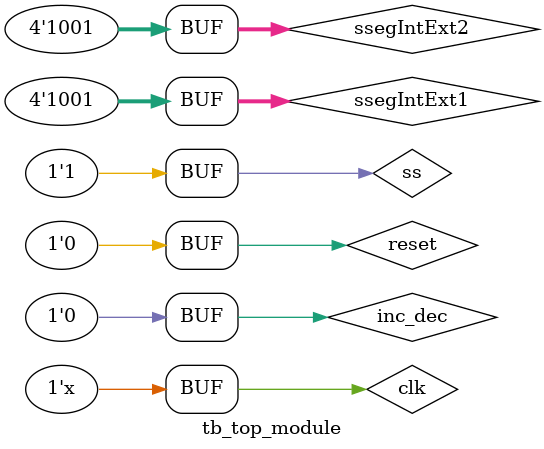
<source format=v>
`timescale 1ns / 1ps

module tb_top_module;

    reg clk = 0;
    reg ss = 0;
    reg reset = 0;
    reg [3:0] ssegIntExt1 = 9;
    reg [3:0] ssegIntExt2 = 9;
    reg inc_dec = 0;
    reg [3:0] cntToDisp1;
    reg [3:0] cntToDisp2;
    reg [3:0] cntToDisp3;
    reg [3:0] cntToDisp4;

    
    
    wire [6:0] sseg;
    wire [3:0] an;
    wire dp;
    wire [3:0] cntTo7SegUp1;
    wire [3:0] cntTo7SegUp2;
    wire [3:0] cntTo7SegUp3;
    wire [3:0] cntTo7SegUp4;
    
    wire [3:0] cntTo7SegDn1;
    wire [3:0] cntTo7SegDn2;
    wire [3:0] cntTo7SegDn3; 
    wire [3:0] cntTo7SegDn4;
    
    wire [6:0] ssegToDisp1;
    wire [6:0] ssegToDisp2;
    wire [6:0] ssegToDisp3;
    wire [6:0] ssegToDisp4;
    
    //top_module ut (clk, ss, reset, mode, in, sseg, an, dp);
    
    up_counter c2 (clk, reset, ss, ssegIntExt1, ssegIntExt2, cntTo7SegUp1, cntTo7SegUp2, cntTo7SegUp3, cntTo7SegUp4);
        
    down_counter c10 (clk, reset, ss, ssegIntExt1, ssegIntExt2, cntTo7SegDn1, cntTo7SegDn2, cntTo7SegDn3, cntTo7SegDn4);
    
    always @(*) begin
      if (inc_dec) begin
          cntToDisp1 = cntTo7SegUp1;
          cntToDisp2 = cntTo7SegUp2;
          cntToDisp3 = cntTo7SegUp3;
          cntToDisp4 = cntTo7SegUp4;
      end
      
      else begin
          cntToDisp1 = cntTo7SegDn1;
          cntToDisp2 = cntTo7SegDn2;
          cntToDisp3 = cntTo7SegDn3;
          cntToDisp4 = cntTo7SegDn4;
      end
    end
    
    hex_to_7seg c3(cntToDisp1, ssegToDisp1);
    hex_to_7seg c4(cntToDisp2, ssegToDisp2);
    hex_to_7seg c5(cntToDisp3, ssegToDisp3);
    hex_to_7seg c6(cntToDisp4, ssegToDisp4);
        

    disp_fsm c7(clk, ssegToDisp1, ssegToDisp2, ssegToDisp3, ssegToDisp4, an, sseg, dp);    
    
    initial begin
    
    reset = 1;
    
    #20;
    
    reset = 0;
    ss = 1;
    
    #20;
    
    ss = 0;
    
    #20;
    
    ss = 1;
    
    #20;
    
    ss = 0;
    
    #20;
    
    ss = 1;
    
    #20;
    
    reset = 1;
    
    #20;
    
    reset = 0;
    ss = 1;
    
    #200;
    
    ss = 0;
    
    #100;
    
    ss = 1;
    
    #300;
    
    end
    
    always
    #5 clk = ~clk;
    
    
endmodule

</source>
